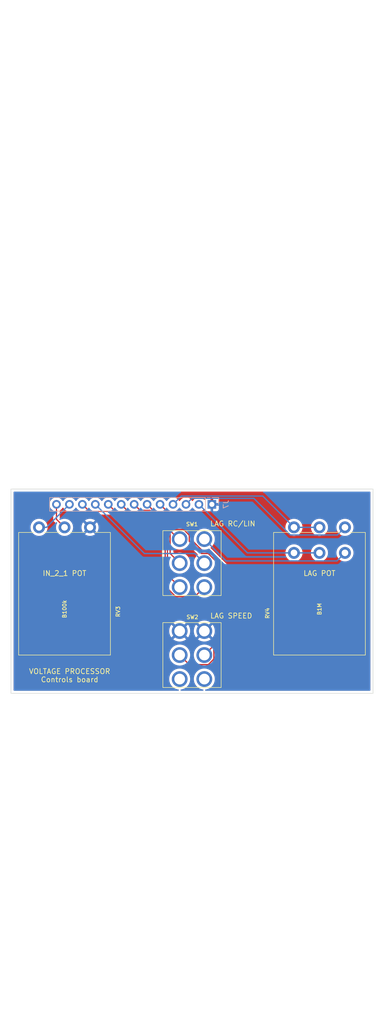
<source format=kicad_pcb>
(kicad_pcb (version 20211014) (generator pcbnew)
  (layers (0 "F.Cu" signal) (31 "B.Cu" signal) (34 "B.Paste" user) (35 "F.Paste" user) (36 "B.SilkS" user "B.Silkscreen") (37 "F.SilkS" user "F.Silkscreen") (38 "B.Mask" user) (39 "F.Mask" user) (44 "Edge.Cuts" user))
  (net 0 "")
  (net 1 "Board_0-/Panel components/IN_2_1_CW")
  (net 2 "Board_0-/Panel components/IN_2_1_WIP")
  (net 3 "Board_0-/Panel components/LAG_IN")
  (net 4 "Board_0-/Panel components/LAG_LIN_CCW")
  (net 5 "Board_0-/Panel components/LAG_LIN_WIP")
  (net 6 "Board_0-/Panel components/LAG_OUT")
  (net 7 "Board_0-/Panel components/LAG_RC_WIP")
  (net 8 "Board_0-/Panel components/LIN_IN")
  (net 9 "Board_0-/Panel components/LIN_OUT")
  (net 10 "Board_0-/Panel components/LIN_SPEED")
  (net 11 "Board_0-/Panel components/RC_IN")
  (net 12 "Board_0-/Panel components/RC_OUT")
  (net 13 "Board_0-/Panel components/RC_SPEED")
  (net 14 "Board_0-GND1")
  (net 15 "Board_0-unconnected-(SW2-Pad3)")
  (net 16 "Board_0-unconnected-(SW2-Pad6)")
  (footprint "voltproc:voltproc_panel_holes" (layer "F.Cu") (at 50.5 19.5)
    (fp_text reference "GRAF1" hide)
    (fp_text value "Holes" hide)
  )
  (footprint "ao_tht:Potentiometer_Alpha_16mm_Dual_Vertical" (layer "F.Cu") (at 75.5 38.5 -90)
    (fp_text reference "RV4" (at 0.812 10.192 90 unlocked) (layer "F.SilkS") (effects (font (size 0.75 0.75))))
    (fp_text value "B1M")
    (fp_text user "${VALUE}" (at 0 0 90 unlocked) (layer "F.SilkS") (effects (font (size 0.75 0.75))))
    (fp_line (start -15 4) (end -15 1) (layer "F.SilkS") (width 0.12))
    (fp_line (start -15 -6) (end -15 -9) (layer "F.SilkS") (width 0.12))
    (fp_line (start -15 -1) (end -15 -4) (layer "F.SilkS") (width 0.12))
    (fp_line (start 9 -9) (end 9 9) (layer "F.SilkS") (width 0.12))
    (fp_line (start 9 9) (end -15 9) (layer "F.SilkS") (width 0.12))
    (fp_line (start -15 -9) (end 9 -9) (layer "F.SilkS") (width 0.12))
    (fp_line (start -15 9) (end -15 6) (layer "F.SilkS") (width 0.12))
    (pad "1" thru_hole circle (at -16 -5 270) (size 2.34 2.34) (drill 1.3) (layers *.Cu *.Mask) (net 4 "Board_0-/Panel components/LAG_LIN_CCW"))
    (pad "2" thru_hole circle (at -16 0 270) (size 2.34 2.34) (drill 1.3) (layers *.Cu *.Mask) (net 5 "Board_0-/Panel components/LAG_LIN_WIP"))
    (pad "3" thru_hole circle (at -16 5 270) (size 2.34 2.34) (drill 1.3) (layers *.Cu *.Mask) (net 5 "Board_0-/Panel components/LAG_LIN_WIP"))
    (pad "4" thru_hole circle (at -11 -5 270) (size 2.34 2.34) (drill 1.3) (layers *.Cu *.Mask) (net 11 "Board_0-/Panel components/RC_IN"))
    (pad "5" thru_hole circle (at -11 0 270) (size 2.34 2.34) (drill 1.3) (layers *.Cu *.Mask) (net 7 "Board_0-/Panel components/LAG_RC_WIP"))
    (pad "6" thru_hole circle (at -11 5 270) (size 2.34 2.34) (drill 1.3) (layers *.Cu *.Mask) (net 7 "Board_0-/Panel components/LAG_RC_WIP"))
  )
  (footprint "ao_tht:Board_Marker" (layer "F.Cu") (at 50.5 15)
    (fp_text reference "B2")
    (fp_text value "Board")
  )
  (footprint "ao_tht:Potentiometer_Alpha_16mm_Single_Vertical" (layer "F.Cu") (at 25.5 38.5 -90)
    (fp_text reference "RV3" (at 0.5 -10.5 90 unlocked) (layer "F.SilkS") (effects (font (size 0.75 0.75))))
    (fp_text value "B100k")
    (fp_text user "${VALUE}" (at 0 0 90 unlocked) (layer "F.SilkS") (effects (font (size 0.75 0.75))))
    (fp_line (start -15 -9) (end 9 -9) (layer "F.SilkS") (width 0.12))
    (fp_line (start -15 9) (end -15 6) (layer "F.SilkS") (width 0.12))
    (fp_line (start -15 -1) (end -15 -4) (layer "F.SilkS") (width 0.12))
    (fp_line (start 9 9) (end -15 9) (layer "F.SilkS") (width 0.12))
    (fp_line (start 9 -9) (end 9 9) (layer "F.SilkS") (width 0.12))
    (fp_line (start -15 -6) (end -15 -9) (layer "F.SilkS") (width 0.12))
    (fp_line (start -15 4) (end -15 1) (layer "F.SilkS") (width 0.12))
    (pad "1" thru_hole circle (at -16 -5 270) (size 2.34 2.34) (drill 1.3) (layers *.Cu *.Mask) (net 14 "Board_0-GND1"))
    (pad "2" thru_hole circle (at -16 0 270) (size 2.34 2.34) (drill 1.3) (layers *.Cu *.Mask) (net 2 "Board_0-/Panel components/IN_2_1_WIP"))
    (pad "3" thru_hole circle (at -16 5 270) (size 2.34 2.34) (drill 1.3) (layers *.Cu *.Mask) (net 1 "Board_0-/Panel components/IN_2_1_CW"))
  )
  (footprint "ao_tht:DPDT-toggle-switch-1M-seriesx" (layer "F.Cu") (at 50.5 29.5)
    (fp_text reference "SW1" (at 0 -7.6 unlocked) (layer "F.SilkS") (effects (font (size 0.75 0.75))))
    (fp_text value "SW_DPDT_x2")
    (fp_line (start 3.42 -6.35) (end 3.42 -6.34) (layer "F.SilkS") (width 0.12))
    (fp_line (start -5.715 6.34) (end -5.715 -6.35) (layer "F.SilkS") (width 0.12))
    (fp_line (start 5.715 6.35) (end -5.715 6.35) (layer "F.SilkS") (width 0.12))
    (fp_line (start 5.715 -6.35) (end 5.715 6.35) (layer "F.SilkS") (width 0.12))
    (fp_line (start -5.715 -6.35) (end 5.715 -6.35) (layer "F.SilkS") (width 0.12))
    (pad "1" thru_hole circle locked (at 2.415 4.7) (size 3.1 3.1) (drill 2.1) (layers *.Cu *.Mask) (net 8 "Board_0-/Panel components/LIN_IN"))
    (pad "2" thru_hole circle locked (at 2.415 0) (size 3.1 3.1) (drill 2.1) (layers *.Cu *.Mask) (net 3 "Board_0-/Panel components/LAG_IN"))
    (pad "3" thru_hole circle locked (at 2.415 -4.7) (size 3.1 3.1) (drill 2.1) (layers *.Cu *.Mask) (net 11 "Board_0-/Panel components/RC_IN"))
    (pad "4" thru_hole circle locked (at -2.415 4.7) (size 3.1 3.1) (drill 2.1) (layers *.Cu *.Mask) (net 9 "Board_0-/Panel components/LIN_OUT"))
    (pad "5" thru_hole circle locked (at -2.415 0) (size 3.1 3.1) (drill 2.1) (layers *.Cu *.Mask) (net 6 "Board_0-/Panel components/LAG_OUT"))
    (pad "6" thru_hole circle locked (at -2.415 -4.7) (size 3.1 3.1) (drill 2.1) (layers *.Cu *.Mask) (net 12 "Board_0-/Panel components/RC_OUT"))
  )
  (footprint "ao_tht:DPDT-toggle-switch-1M-seriesx" (layer "F.Cu") (at 50.5 47.5 180)
    (fp_text reference "SW2" (at -0.076 7.426 unlocked) (layer "F.SilkS") (effects (font (size 0.75 0.75))))
    (fp_text value "SW_DPDT_x2")
    (fp_line (start 5.715 6.35) (end -5.715 6.35) (layer "F.SilkS") (width 0.12))
    (fp_line (start 3.42 -6.35) (end 3.42 -6.34) (layer "F.SilkS") (width 0.12))
    (fp_line (start 5.715 -6.35) (end 5.715 6.35) (layer "F.SilkS") (width 0.12))
    (fp_line (start -5.715 6.34) (end -5.715 -6.35) (layer "F.SilkS") (width 0.12))
    (fp_line (start -5.715 -6.35) (end 5.715 -6.35) (layer "F.SilkS") (width 0.12))
    (pad "1" thru_hole circle locked (at 2.415 4.7 180) (size 3.1 3.1) (drill 2.1) (layers *.Cu *.Mask) (net 14 "Board_0-GND1"))
    (pad "2" thru_hole circle locked (at 2.415 0 180) (size 3.1 3.1) (drill 2.1) (layers *.Cu *.Mask) (net 10 "Board_0-/Panel components/LIN_SPEED"))
    (pad "3" thru_hole circle locked (at 2.415 -4.7 180) (size 3.1 3.1) (drill 2.1) (layers *.Cu *.Mask) (net 15 "Board_0-unconnected-(SW2-Pad3)"))
    (pad "4" thru_hole circle locked (at -2.415 4.7 180) (size 3.1 3.1) (drill 2.1) (layers *.Cu *.Mask) (net 14 "Board_0-GND1"))
    (pad "5" thru_hole circle locked (at -2.415 0 180) (size 3.1 3.1) (drill 2.1) (layers *.Cu *.Mask) (net 13 "Board_0-/Panel components/RC_SPEED"))
    (pad "6" thru_hole circle locked (at -2.415 -4.7 180) (size 3.1 3.1) (drill 2.1) (layers *.Cu *.Mask) (net 16 "Board_0-unconnected-(SW2-Pad6)"))
  )
  (footprint "Connector_PinSocket_2.54mm:PinSocket_1x13_P2.54mm_Vertical" (layer "B.Cu") (at 54.4 18 90)
    (fp_text reference "J7" (at 0 2.77 90 unlocked) (layer "B.SilkS") (effects (justify mirror)))
    (fp_text value "Conn_01x13")
    (fp_line (start 1.33 -1.27) (end 1.33 -31.81) (layer "B.SilkS") (width 0.12))
    (fp_line (start 1.33 1.33) (end 1.33 0) (layer "B.SilkS") (width 0.12))
    (fp_line (start -1.33 -1.27) (end 1.33 -1.27) (layer "B.SilkS") (width 0.12))
    (fp_line (start 0 1.33) (end 1.33 1.33) (layer "B.SilkS") (width 0.12))
    (fp_line (start -1.33 -31.81) (end 1.33 -31.81) (layer "B.SilkS") (width 0.12))
    (fp_line (start -1.33 -1.27) (end -1.33 -31.81) (layer "B.SilkS") (width 0.12))
    (pad "1" thru_hole rect (at 0 0 90) (size 1.7 1.7) (drill 1) (layers *.Cu *.Mask) (net 14 "Board_0-GND1"))
    (pad "2" thru_hole oval (at 0 -2.54 90) (size 1.7 1.7) (drill 1) (layers *.Cu *.Mask) (net 7 "Board_0-/Panel components/LAG_RC_WIP"))
    (pad "3" thru_hole oval (at 0 -5.08 90) (size 1.7 1.7) (drill 1) (layers *.Cu *.Mask) (net 4 "Board_0-/Panel components/LAG_LIN_CCW"))
    (pad "4" thru_hole oval (at 0 -7.62 90) (size 1.7 1.7) (drill 1) (layers *.Cu *.Mask) (net 5 "Board_0-/Panel components/LAG_LIN_WIP"))
    (pad "5" thru_hole oval (at 0 -10.16 90) (size 1.7 1.7) (drill 1) (layers *.Cu *.Mask) (net 10 "Board_0-/Panel components/LIN_SPEED"))
    (pad "6" thru_hole oval (at 0 -12.7 90) (size 1.7 1.7) (drill 1) (layers *.Cu *.Mask) (net 13 "Board_0-/Panel components/RC_SPEED"))
    (pad "7" thru_hole oval (at 0 -15.24 90) (size 1.7 1.7) (drill 1) (layers *.Cu *.Mask) (net 12 "Board_0-/Panel components/RC_OUT"))
    (pad "8" thru_hole oval (at 0 -17.78 90) (size 1.7 1.7) (drill 1) (layers *.Cu *.Mask) (net 6 "Board_0-/Panel components/LAG_OUT"))
    (pad "9" thru_hole oval (at 0 -20.32 90) (size 1.7 1.7) (drill 1) (layers *.Cu *.Mask) (net 9 "Board_0-/Panel components/LIN_OUT"))
    (pad "10" thru_hole oval (at 0 -22.86 90) (size 1.7 1.7) (drill 1) (layers *.Cu *.Mask) (net 3 "Board_0-/Panel components/LAG_IN"))
    (pad "11" thru_hole oval (at 0 -25.4 90) (size 1.7 1.7) (drill 1) (layers *.Cu *.Mask) (net 8 "Board_0-/Panel components/LIN_IN"))
    (pad "12" thru_hole oval (at 0 -27.94 90) (size 1.7 1.7) (drill 1) (layers *.Cu *.Mask) (net 1 "Board_0-/Panel components/IN_2_1_CW"))
    (pad "13" thru_hole oval (at 0 -30.48 90) (size 1.7 1.7) (drill 1) (layers *.Cu *.Mask) (net 2 "Board_0-/Panel components/IN_2_1_WIP"))
  )
  (gr_line (start 86 55) (end 15 55) (layer "Edge.Cuts") (width 0.1))
  (gr_line (start 15 55) (end 15 15) (layer "Edge.Cuts") (width 0.1))
  (gr_line (start 86 15) (end 86 55) (layer "Edge.Cuts") (width 0.1))
  (gr_line (start 15 15) (end 86 15) (layer "Edge.Cuts") (width 0.1))
  (gr_line (start 15 15) (end 15 15) (layer "Edge.Cuts") (width 0.1))
  (gr_text "LAG SPEED" (at 58.196 39.82) (layer "F.SilkS") (effects (font (size 1 1))))
  (gr_text "VOLTAGE PROCESSOR\nControls board" (at 26.5 51.5) (layer "F.SilkS") (effects (font (size 1 1))))
  (gr_text "IN_2_1 POT" (at 25.5 31.5) (layer "F.SilkS") (effects (font (size 1 1))))
  (gr_text "LAG RC/LIN" (at 58.5 21.786) (layer "F.SilkS") (effects (font (size 1 1))))
  (gr_text "LAG POT" (at 75.5 31.5) (layer "F.SilkS") (effects (font (size 1 1))))
  (segment (start 21.96 22.5) (end 26.46 18) (width 0.25) (layer "B.Cu") (net 1))
  (segment (start 20.5 22.5) (end 21.96 22.5) (width 0.25) (layer "B.Cu") (net 1))
  (segment (start 23.92 20.92) (end 25.5 22.5) (width 0.25) (layer "F.Cu") (net 2))
  (segment (start 23.92 18) (end 23.92 20.92) (width 0.25) (layer "F.Cu") (net 2))
  (segment (start 41.165489 27.625489) (end 51.040489 27.625489) (width 0.25) (layer "B.Cu") (net 3))
  (segment (start 31.54 18) (end 41.165489 27.625489) (width 0.25) (layer "B.Cu") (net 3))
  (segment (start 51.040489 27.625489) (end 52.915 29.5) (width 0.25) (layer "B.Cu") (net 3))
  (segment (start 50.494521 16.825479) (end 62.633479 16.825479) (width 0.25) (layer "B.Cu") (net 4))
  (segment (start 69.803 23.995) (end 79.005 23.995) (width 0.25) (layer "B.Cu") (net 4))
  (segment (start 49.32 18) (end 50.494521 16.825479) (width 0.25) (layer "B.Cu") (net 4))
  (segment (start 62.633479 16.825479) (end 69.803 23.995) (width 0.25) (layer "B.Cu") (net 4))
  (segment (start 79.005 23.995) (end 80.5 22.5) (width 0.25) (layer "B.Cu") (net 4))
  (segment (start 48.404022 16.375978) (end 46.78 18) (width 0.25) (layer "B.Cu") (net 5))
  (segment (start 70.5 22.5) (end 75.5 22.5) (width 0.25) (layer "B.Cu") (net 5))
  (segment (start 64.375978 16.375978) (end 48.404022 16.375978) (width 0.25) (layer "B.Cu") (net 5))
  (segment (start 70.5 22.5) (end 64.375978 16.375978) (width 0.25) (layer "B.Cu") (net 5))
  (segment (start 46.210489 27.625489) (end 48.085 29.5) (width 0.25) (layer "F.Cu") (net 6))
  (segment (start 46.210489 23.896081) (end 46.210489 27.625489) (width 0.25) (layer "F.Cu") (net 6))
  (segment (start 38.209031 19.624031) (end 41.938439 19.624031) (width 0.25) (layer "F.Cu") (net 6))
  (segment (start 41.938439 19.624031) (end 46.210489 23.896081) (width 0.25) (layer "F.Cu") (net 6))
  (segment (start 36.62 18.035) (end 38.209031 19.624031) (width 0.25) (layer "F.Cu") (net 6))
  (segment (start 70.5 27.5) (end 75.5 27.5) (width 0.25) (layer "B.Cu") (net 7))
  (segment (start 70.5 27.5) (end 61.36 27.5) (width 0.25) (layer "B.Cu") (net 7))
  (segment (start 61.36 27.5) (end 51.86 18) (width 0.25) (layer "B.Cu") (net 7))
  (segment (start 45.242 24.199) (end 45.242 34.00796) (width 0.25) (layer "F.Cu") (net 8))
  (segment (start 34.701 19.373) (end 35.971 20.643) (width 0.25) (layer "F.Cu") (net 8))
  (segment (start 51.040489 36.074511) (end 52.915 34.2) (width 0.25) (layer "F.Cu") (net 8))
  (segment (start 35.971 20.643) (end 41.686 20.643) (width 0.25) (layer "F.Cu") (net 8))
  (segment (start 29 18) (end 30.373 19.373) (width 0.25) (layer "F.Cu") (net 8))
  (segment (start 41.686 20.643) (end 45.242 24.199) (width 0.25) (layer "F.Cu") (net 8))
  (segment (start 45.242 34.00796) (end 47.308551 36.074511) (width 0.25) (layer "F.Cu") (net 8))
  (segment (start 47.308551 36.074511) (end 51.040489 36.074511) (width 0.25) (layer "F.Cu") (net 8))
  (segment (start 30.373 19.373) (end 34.701 19.373) (width 0.25) (layer "F.Cu") (net 8))
  (segment (start 45.691511 31.806511) (end 48.085 34.2) (width 0.25) (layer "F.Cu") (net 9))
  (segment (start 41.872194 20.19349) (end 45.691511 24.012807) (width 0.25) (layer "F.Cu") (net 9))
  (segment (start 45.691511 24.012807) (end 45.691511 31.806511) (width 0.25) (layer "F.Cu") (net 9))
  (segment (start 36.27349 20.19349) (end 41.872194 20.19349) (width 0.25) (layer "F.Cu") (net 9))
  (segment (start 34.08 18) (end 36.27349 20.19349) (width 0.25) (layer "F.Cu") (net 9))
  (segment (start 50.449 24.98496) (end 52.640018 27.175978) (width 0.25) (layer "F.Cu") (net 10))
  (segment (start 54.79 46.723349) (end 54.79 48.276651) (width 0.25) (layer "F.Cu") (net 10))
  (segment (start 56.867511 30.165847) (end 56.867511 44.183193) (width 0.25) (layer "F.Cu") (net 10))
  (segment (start 53.69214 49.374511) (end 49.959511 49.374511) (width 0.25) (layer "F.Cu") (net 10))
  (segment (start 50.449 23.877336) (end 50.449 24.98496) (width 0.25) (layer "F.Cu") (net 10))
  (segment (start 54.767 46.700349) (end 54.79 46.723349) (width 0.25) (layer "F.Cu") (net 10))
  (segment (start 48.715978 22.475978) (end 49.047643 22.475979) (width 0.25) (layer "F.Cu") (net 10))
  (segment (start 49.959511 49.374511) (end 48.085 47.5) (width 0.25) (layer "F.Cu") (net 10))
  (segment (start 54.767 46.283704) (end 54.767 46.700349) (width 0.25) (layer "F.Cu") (net 10))
  (segment (start 49.047643 22.475979) (end 50.449 23.877336) (width 0.25) (layer "F.Cu") (net 10))
  (segment (start 56.867511 44.183193) (end 54.767 46.283704) (width 0.25) (layer "F.Cu") (net 10))
  (segment (start 54.79 48.276651) (end 53.69214 49.374511) (width 0.25) (layer "F.Cu") (net 10))
  (segment (start 53.877643 27.175979) (end 56.867511 30.165847) (width 0.25) (layer "F.Cu") (net 10))
  (segment (start 44.24 18) (end 48.715978 22.475978) (width 0.25) (layer "F.Cu") (net 10))
  (segment (start 52.640018 27.175978) (end 53.877643 27.175979) (width 0.25) (layer "F.Cu") (net 10))
  (segment (start 52.915 24.8) (end 57.19 29.075) (width 0.25) (layer "B.Cu") (net 11))
  (segment (start 57.19 29.075) (end 78.925 29.075) (width 0.25) (layer "B.Cu") (net 11))
  (segment (start 78.925 29.075) (end 80.5 27.5) (width 0.25) (layer "B.Cu") (net 11))
  (segment (start 39.16 18) (end 40.334511 19.174511) (width 0.25) (layer "F.Cu") (net 12))
  (segment (start 40.334511 19.174511) (end 42.238793 19.174511) (width 0.25) (layer "F.Cu") (net 12))
  (segment (start 42.238793 19.174511) (end 47.864282 24.8) (width 0.25) (layer "F.Cu") (net 12))
  (segment (start 41.7 18) (end 46.625489 22.925489) (width 0.25) (layer "F.Cu") (net 13))
  (segment (start 53.691449 27.625489) (end 56.418 30.35204) (width 0.25) (layer "F.Cu") (net 13))
  (segment (start 52.351489 27.625489) (end 53.691449 27.625489) (width 0.25) (layer "F.Cu") (net 13))
  (segment (start 56.418 30.35204) (end 56.418 43.997) (width 0.25) (layer "F.Cu") (net 13))
  (segment (start 48.861449 22.925489) (end 49.959511 24.023551) (width 0.25) (layer "F.Cu") (net 13))
  (segment (start 56.418 43.997) (end 52.915 47.5) (width 0.25) (layer "F.Cu") (net 13))
  (segment (start 49.959511 24.023551) (end 49.959511 25.233511) (width 0.25) (layer "F.Cu") (net 13))
  (segment (start 49.959511 25.233511) (end 52.351489 27.625489) (width 0.25) (layer "F.Cu") (net 13))
  (segment (start 46.625489 22.925489) (end 48.861449 22.925489) (width 0.25) (layer "F.Cu") (net 13))
  (zone (net 14) (net_name "Board_0-GND1") (layers F&B.Cu) (connect_pads (clearance 0.508)) (min_thickness 0.254) (fill yes (thermal_gap 0.508) (thermal_bridge_width 0.508))
    (polygon (pts (xy 86 55) (xy 15 55) (xy 15 15) (xy 86 15)))
  )
)
</source>
